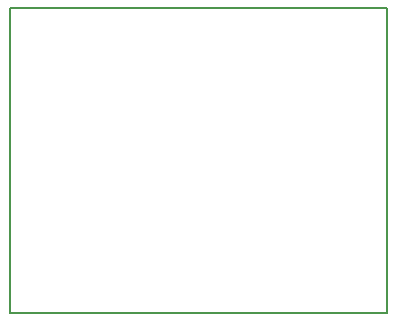
<source format=gbr>
G04 #@! TF.FileFunction,Profile,NP*
%FSLAX46Y46*%
G04 Gerber Fmt 4.6, Leading zero omitted, Abs format (unit mm)*
G04 Created by KiCad (PCBNEW 4.0.6-e0-6349~53~ubuntu14.04.1) date Sat Mar 25 21:58:17 2017*
%MOMM*%
%LPD*%
G01*
G04 APERTURE LIST*
%ADD10C,0.100000*%
%ADD11C,0.150000*%
G04 APERTURE END LIST*
D10*
D11*
X142300000Y-86100000D02*
X142600000Y-86100000D01*
X142300000Y-111950000D02*
X142300000Y-86100000D01*
X174175000Y-111950000D02*
X142300000Y-111950000D01*
X174175000Y-111000000D02*
X174175000Y-111950000D01*
X174175000Y-86100000D02*
X174175000Y-111000000D01*
X142575000Y-86100000D02*
X174175000Y-86100000D01*
M02*

</source>
